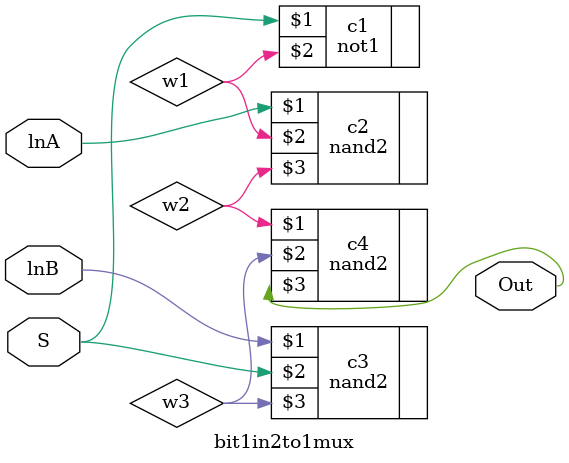
<source format=v>
module bit1in2to1mux (lnA, lnB, S, Out);
	input lnA;
	input lnB;
	input S;
	output Out; 
	wire w1;
	wire w2;
	wire w3;

	not1 c1(S, w1);
	nand2 c2(lnA, w1, w2);
	nand2 c3(lnB, S, w3);
	nand2 c4(w2, w3, Out);
   
endmodule 

</source>
